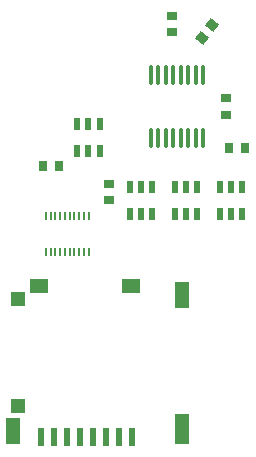
<source format=gtp>
G04 Layer: TopPasteMaskLayer*
G04 EasyEDA v6.5.54, 2026-02-14 17:59:59*
G04 2bbe276c55c74596aa95547dd797203b,b56bf7277742442884ecbff68b5c164c,10*
G04 Gerber Generator version 0.2*
G04 Scale: 100 percent, Rotated: No, Reflected: No *
G04 Dimensions in millimeters *
G04 leading zeros omitted , absolute positions ,4 integer and 5 decimal *
%FSLAX45Y45*%
%MOMM*%

%AMMACRO1*21,1,$1,$2,0,0,$3*%
%ADD10R,0.5320X1.0720*%
%ADD11O,0.3556X1.814805*%
%ADD12O,0.356006X1.815008*%
%ADD13R,0.9000X0.8000*%
%ADD14R,0.8000X0.9000*%
%ADD15R,0.6000X1.6000*%
%ADD16R,1.1500X2.2000*%
%ADD17R,0.0181X2.2000*%
%ADD18R,1.1500X2.5000*%
%ADD19R,1.5000X1.1500*%
%ADD20R,1.1600X1.2000*%
%ADD21R,1.1600X1.2500*%
%ADD22MACRO1,0.8X0.9X51.0001*%
%ADD23R,0.2000X0.7000*%

%LPD*%
D10*
G01*
X1213104Y2602890D03*
G01*
X1308100Y2602890D03*
G01*
X1403095Y2602890D03*
G01*
X1403095Y2832684D03*
G01*
X1308100Y2832684D03*
G01*
X1213104Y2832684D03*
G01*
X1847595Y2299309D03*
G01*
X1752600Y2299309D03*
G01*
X1657604Y2299309D03*
G01*
X1657604Y2069490D03*
G01*
X1752600Y2069490D03*
G01*
X1847595Y2069515D03*
G01*
X2228595Y2299309D03*
G01*
X2133600Y2299309D03*
G01*
X2038604Y2299309D03*
G01*
X2038604Y2069490D03*
G01*
X2133600Y2069490D03*
G01*
X2228595Y2069515D03*
G01*
X2609595Y2299309D03*
G01*
X2514600Y2299309D03*
G01*
X2419604Y2299309D03*
G01*
X2419604Y2069490D03*
G01*
X2514600Y2069490D03*
G01*
X2609595Y2069515D03*
D11*
G01*
X2279650Y3249980D03*
D12*
G01*
X2216150Y3249955D03*
G01*
X2152650Y3249955D03*
G01*
X2089150Y3249955D03*
G01*
X2025650Y3249955D03*
D11*
G01*
X1962150Y3249980D03*
D12*
G01*
X1898650Y3249955D03*
G01*
X1835150Y3249955D03*
G01*
X2279650Y2719019D03*
G01*
X2216150Y2719019D03*
D11*
G01*
X2152650Y2719019D03*
G01*
X2089150Y2719019D03*
G01*
X2025650Y2719019D03*
G01*
X1962150Y2719019D03*
G01*
X1898650Y2719019D03*
G01*
X1835150Y2719019D03*
D13*
G01*
X2476500Y3054502D03*
G01*
X2476500Y2914497D03*
G01*
X2019300Y3753002D03*
G01*
X2019300Y3612997D03*
D14*
G01*
X920597Y2476500D03*
G01*
X1060602Y2476500D03*
D13*
G01*
X1485900Y2330602D03*
G01*
X1485900Y2190597D03*
D15*
G01*
X1674291Y187705D03*
G01*
X1564309Y187705D03*
G01*
X1454302Y187705D03*
G01*
X1344295Y187705D03*
G01*
X1234287Y187705D03*
G01*
X1124305Y187731D03*
G01*
X1014298Y187705D03*
G01*
X904290Y187705D03*
D16*
G01*
X669797Y235762D03*
D18*
G01*
X2098802Y250748D03*
D16*
G01*
X2098802Y1383741D03*
D19*
G01*
X1668297Y1463243D03*
G01*
X890295Y1463243D03*
D20*
G01*
X710311Y1350746D03*
D21*
G01*
X710311Y450748D03*
D14*
G01*
X2635402Y2628900D03*
G01*
X2495397Y2628900D03*
D22*
G01*
X2355452Y3673900D03*
G01*
X2267351Y3565093D03*
D23*
G01*
X1310309Y2059000D03*
G01*
X1310309Y1750999D03*
G01*
X1270304Y2059025D03*
G01*
X1270304Y1751025D03*
G01*
X1230299Y2059025D03*
G01*
X1230299Y1750999D03*
G01*
X1190294Y2059000D03*
G01*
X1190294Y1750999D03*
G01*
X1150289Y2059025D03*
G01*
X1150289Y1751025D03*
G01*
X1110284Y2059025D03*
G01*
X1110284Y1751025D03*
G01*
X1070305Y2059000D03*
G01*
X1070305Y1751025D03*
G01*
X1030300Y2059025D03*
G01*
X1030300Y1751025D03*
G01*
X990295Y2059025D03*
G01*
X990295Y1751025D03*
G01*
X950290Y2059000D03*
G01*
X950290Y1751025D03*
M02*

</source>
